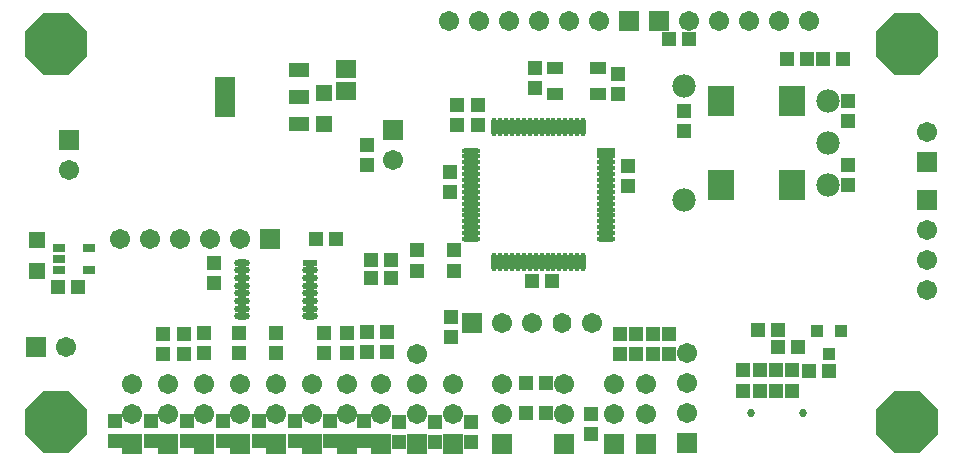
<source format=gbs>
%FSAX24Y24*%
%MOIN*%
G70*
G01*
G75*
G04 Layer_Color=16711935*
%ADD10R,0.0433X0.0394*%
%ADD11R,0.0394X0.0433*%
%ADD12R,0.0315X0.0315*%
%ADD13R,0.0846X0.0157*%
%ADD14R,0.0846X0.0157*%
%ADD15R,0.0472X0.0472*%
%ADD16R,0.0591X0.1299*%
%ADD17R,0.0591X0.0394*%
%ADD18R,0.0197X0.0886*%
%ADD19R,0.0807X0.1575*%
%ADD20R,0.0807X0.1378*%
%ADD21R,0.0807X0.1378*%
%ADD22R,0.0315X0.0591*%
%ADD23R,0.0591X0.0512*%
%ADD24C,0.0100*%
%ADD25C,0.0150*%
%ADD26C,0.0080*%
%ADD27C,0.0350*%
%ADD28C,0.0250*%
%ADD29C,0.0200*%
%ADD30C,0.0591*%
%ADD31R,0.0591X0.0591*%
%ADD32R,0.0591X0.0591*%
%ADD33P,0.2131X8X22.5*%
%ADD34C,0.0700*%
%ADD35O,0.0551X0.0591*%
%ADD36C,0.0500*%
%ADD37C,0.0472*%
%ADD38C,0.0315*%
%ADD39C,0.0276*%
%ADD40C,0.0350*%
%ADD41C,0.0354*%
%ADD42R,0.0787X0.0945*%
%ADD43R,0.0472X0.0354*%
%ADD44O,0.0551X0.0110*%
%ADD45R,0.0551X0.0110*%
%ADD46O,0.0110X0.0551*%
%ADD47O,0.0551X0.0110*%
%ADD48R,0.0433X0.0157*%
%ADD49O,0.0433X0.0157*%
%ADD50R,0.0315X0.0354*%
%ADD51R,0.0354X0.0236*%
%ADD52C,0.0070*%
%ADD53C,0.0090*%
%ADD54C,0.0098*%
%ADD55C,0.0079*%
%ADD56C,0.0050*%
%ADD57C,0.0197*%
%ADD58C,0.0120*%
%ADD59R,0.0513X0.0474*%
%ADD60R,0.0474X0.0513*%
%ADD61R,0.0395X0.0395*%
%ADD62R,0.0926X0.0237*%
%ADD63R,0.0926X0.0237*%
%ADD64R,0.0552X0.0552*%
%ADD65R,0.0671X0.1379*%
%ADD66R,0.0671X0.0474*%
%ADD67R,0.0277X0.0966*%
%ADD68R,0.0887X0.1655*%
%ADD69R,0.0887X0.1458*%
%ADD70R,0.0887X0.1458*%
%ADD71R,0.0395X0.0671*%
%ADD72R,0.0671X0.0592*%
%ADD73C,0.0671*%
%ADD74R,0.0671X0.0671*%
%ADD75R,0.0671X0.0671*%
%ADD76P,0.2217X8X22.5*%
%ADD77C,0.0780*%
%ADD78O,0.0631X0.0671*%
%ADD79C,0.0274*%
%ADD80R,0.0867X0.1025*%
%ADD81R,0.0552X0.0434*%
%ADD82O,0.0631X0.0190*%
%ADD83R,0.0631X0.0190*%
%ADD84O,0.0190X0.0631*%
%ADD85O,0.0631X0.0190*%
%ADD86R,0.0513X0.0237*%
%ADD87O,0.0513X0.0237*%
%ADD88R,0.0395X0.0434*%
%ADD89R,0.0434X0.0316*%
D59*
X052615Y027820D02*
D03*
X051945D02*
D03*
X046805Y028490D02*
D03*
X047475D02*
D03*
X042895Y020420D02*
D03*
X042225D02*
D03*
X051115Y018240D02*
D03*
X050445D02*
D03*
X035035Y021830D02*
D03*
X035705D02*
D03*
X036885Y021130D02*
D03*
X037555D02*
D03*
X042025Y017020D02*
D03*
X042695D02*
D03*
X042025Y016020D02*
D03*
X042695D02*
D03*
X051465Y017450D02*
D03*
X052135D02*
D03*
X049775Y018790D02*
D03*
X050445D02*
D03*
X036865Y020550D02*
D03*
X037535D02*
D03*
X050725Y027820D02*
D03*
X051395D02*
D03*
X027105Y020250D02*
D03*
X026435D02*
D03*
D60*
X037400Y018735D02*
D03*
Y018065D02*
D03*
X045120Y026675D02*
D03*
Y027345D02*
D03*
X045440Y024285D02*
D03*
Y023615D02*
D03*
X039501Y023394D02*
D03*
Y024064D02*
D03*
X042340Y027535D02*
D03*
Y026865D02*
D03*
X040440Y025635D02*
D03*
Y026305D02*
D03*
X046810Y018005D02*
D03*
Y018675D02*
D03*
X045180Y018005D02*
D03*
Y018675D02*
D03*
X037800Y015735D02*
D03*
Y015065D02*
D03*
X031636Y021034D02*
D03*
Y020365D02*
D03*
X029950Y018015D02*
D03*
Y018685D02*
D03*
X030650Y018015D02*
D03*
Y018685D02*
D03*
X031308Y018025D02*
D03*
Y018695D02*
D03*
X032478Y018025D02*
D03*
Y018695D02*
D03*
X033708Y018025D02*
D03*
Y018695D02*
D03*
X035290Y018045D02*
D03*
Y018715D02*
D03*
X036750Y024985D02*
D03*
Y024315D02*
D03*
X039650Y021455D02*
D03*
Y020785D02*
D03*
X046280Y018005D02*
D03*
Y018675D02*
D03*
X045700Y018005D02*
D03*
Y018675D02*
D03*
X049260Y016785D02*
D03*
Y017455D02*
D03*
X050910Y016785D02*
D03*
Y017455D02*
D03*
X050380Y016785D02*
D03*
Y017455D02*
D03*
X049850Y016785D02*
D03*
Y017455D02*
D03*
X036750Y018735D02*
D03*
Y018065D02*
D03*
X036070Y018715D02*
D03*
Y018045D02*
D03*
X036640Y015095D02*
D03*
Y015765D02*
D03*
X035490Y015095D02*
D03*
Y015765D02*
D03*
X039540Y019225D02*
D03*
Y018555D02*
D03*
X052760Y025755D02*
D03*
Y026425D02*
D03*
Y024305D02*
D03*
Y023635D02*
D03*
X047290Y025425D02*
D03*
Y026095D02*
D03*
X039730Y026305D02*
D03*
Y025635D02*
D03*
X039000Y015065D02*
D03*
Y015735D02*
D03*
X040200D02*
D03*
Y015065D02*
D03*
X034325Y015772D02*
D03*
Y015103D02*
D03*
X033125Y015772D02*
D03*
Y015103D02*
D03*
X031925Y015772D02*
D03*
Y015103D02*
D03*
X030725Y015772D02*
D03*
Y015103D02*
D03*
X029525Y015772D02*
D03*
Y015103D02*
D03*
X028325D02*
D03*
Y015772D02*
D03*
X038390Y021455D02*
D03*
Y020785D02*
D03*
X044200Y015335D02*
D03*
Y016005D02*
D03*
D64*
X025740Y021802D02*
D03*
Y020778D02*
D03*
X035310Y025678D02*
D03*
Y026702D02*
D03*
D65*
X031990Y026580D02*
D03*
D66*
X034470Y027485D02*
D03*
Y026580D02*
D03*
Y025674D02*
D03*
D72*
X036030Y026766D02*
D03*
Y027514D02*
D03*
D73*
X028500Y021850D02*
D03*
X029500D02*
D03*
X030500D02*
D03*
X031500D02*
D03*
X032500D02*
D03*
X044980Y017000D02*
D03*
Y016000D02*
D03*
X046030Y017000D02*
D03*
Y016000D02*
D03*
X043310Y017000D02*
D03*
Y016000D02*
D03*
X034900Y017010D02*
D03*
Y016010D02*
D03*
X037220Y016000D02*
D03*
Y017000D02*
D03*
X036060Y017010D02*
D03*
Y016010D02*
D03*
X033705Y016018D02*
D03*
Y017018D02*
D03*
X032505D02*
D03*
Y016018D02*
D03*
X031305D02*
D03*
Y017018D02*
D03*
X030105D02*
D03*
Y016018D02*
D03*
X028905D02*
D03*
Y017018D02*
D03*
X039600Y016000D02*
D03*
Y017000D02*
D03*
X055400Y025390D02*
D03*
X026810Y024130D02*
D03*
X055400Y020120D02*
D03*
Y021120D02*
D03*
Y022120D02*
D03*
X041250Y017000D02*
D03*
Y016000D02*
D03*
X044250Y019030D02*
D03*
X042250D02*
D03*
X041250D02*
D03*
X026710Y018240D02*
D03*
X037600Y024470D02*
D03*
X044460Y029100D02*
D03*
X043460D02*
D03*
X042460D02*
D03*
X041460Y029100D02*
D03*
X040460Y029100D02*
D03*
X039460D02*
D03*
X047390Y018030D02*
D03*
Y017030D02*
D03*
Y016030D02*
D03*
X038400Y018000D02*
D03*
Y017000D02*
D03*
Y016000D02*
D03*
X047470Y029100D02*
D03*
X048470D02*
D03*
X049470D02*
D03*
X050470Y029100D02*
D03*
X051470Y029100D02*
D03*
D74*
X033500Y021850D02*
D03*
X040250Y019030D02*
D03*
X025710Y018240D02*
D03*
X045460Y029100D02*
D03*
X046470D02*
D03*
D75*
X044980Y015000D02*
D03*
X046030D02*
D03*
X043310D02*
D03*
X034900Y015010D02*
D03*
X037220Y015000D02*
D03*
X036060Y015010D02*
D03*
X033705Y015018D02*
D03*
X032505D02*
D03*
X031305D02*
D03*
X030105D02*
D03*
X028905D02*
D03*
X039600Y015000D02*
D03*
X055400Y024390D02*
D03*
X026810Y025130D02*
D03*
X055400Y023120D02*
D03*
X041250Y015000D02*
D03*
X037600Y025470D02*
D03*
X047390Y015030D02*
D03*
X038400Y015000D02*
D03*
D76*
X026378Y028346D02*
D03*
X054724Y015748D02*
D03*
X026378D02*
D03*
X054724Y028346D02*
D03*
D77*
X052090Y023630D02*
D03*
X047290Y023130D02*
D03*
Y026930D02*
D03*
X052090Y025030D02*
D03*
Y026430D02*
D03*
D78*
X043250Y019030D02*
D03*
D79*
X049524Y016035D02*
D03*
X051256D02*
D03*
D80*
X050911Y026440D02*
D03*
X048549D02*
D03*
X050911Y023630D02*
D03*
X048549D02*
D03*
D81*
X044449Y026676D02*
D03*
X042993Y027542D02*
D03*
X044449D02*
D03*
X042993Y026676D02*
D03*
D82*
X044705Y023998D02*
D03*
Y024392D02*
D03*
Y024195D02*
D03*
Y024589D02*
D03*
Y023801D02*
D03*
Y023604D02*
D03*
Y023407D02*
D03*
Y023211D02*
D03*
Y023014D02*
D03*
Y022817D02*
D03*
Y022620D02*
D03*
Y022423D02*
D03*
Y022226D02*
D03*
Y022030D02*
D03*
Y021833D02*
D03*
X040217D02*
D03*
Y022030D02*
D03*
Y022226D02*
D03*
Y022423D02*
D03*
Y022620D02*
D03*
Y022817D02*
D03*
Y023014D02*
D03*
Y023211D02*
D03*
Y023407D02*
D03*
Y023604D02*
D03*
Y023801D02*
D03*
Y023998D02*
D03*
Y024195D02*
D03*
Y024392D02*
D03*
Y024589D02*
D03*
D83*
X044705Y024785D02*
D03*
D84*
X043937Y021065D02*
D03*
X043741D02*
D03*
X043150D02*
D03*
X042953D02*
D03*
X042756D02*
D03*
X042363D02*
D03*
X042166D02*
D03*
X041969D02*
D03*
X041575D02*
D03*
X041378D02*
D03*
X041182D02*
D03*
X040985Y025553D02*
D03*
X041182D02*
D03*
X041378D02*
D03*
X041772D02*
D03*
X041969D02*
D03*
X042166D02*
D03*
X042559D02*
D03*
X042756D02*
D03*
X042953D02*
D03*
X043347D02*
D03*
X043544D02*
D03*
X043741D02*
D03*
X043347Y021065D02*
D03*
X042559D02*
D03*
X041772D02*
D03*
X040985D02*
D03*
X041575Y025553D02*
D03*
X042363D02*
D03*
X043150D02*
D03*
X043937D02*
D03*
X043544Y021065D02*
D03*
D85*
X040217Y024785D02*
D03*
D86*
X034822Y021046D02*
D03*
D87*
Y020790D02*
D03*
Y020534D02*
D03*
Y020278D02*
D03*
Y020022D02*
D03*
Y019766D02*
D03*
Y019510D02*
D03*
Y019254D02*
D03*
X032578Y021046D02*
D03*
Y020790D02*
D03*
Y020534D02*
D03*
Y020278D02*
D03*
Y020022D02*
D03*
Y019766D02*
D03*
Y019510D02*
D03*
Y019254D02*
D03*
D88*
X052534Y018784D02*
D03*
X052140Y017996D02*
D03*
X051746Y018784D02*
D03*
D89*
X026458Y020796D02*
D03*
Y021170D02*
D03*
Y021544D02*
D03*
X027482D02*
D03*
Y020796D02*
D03*
M02*

</source>
